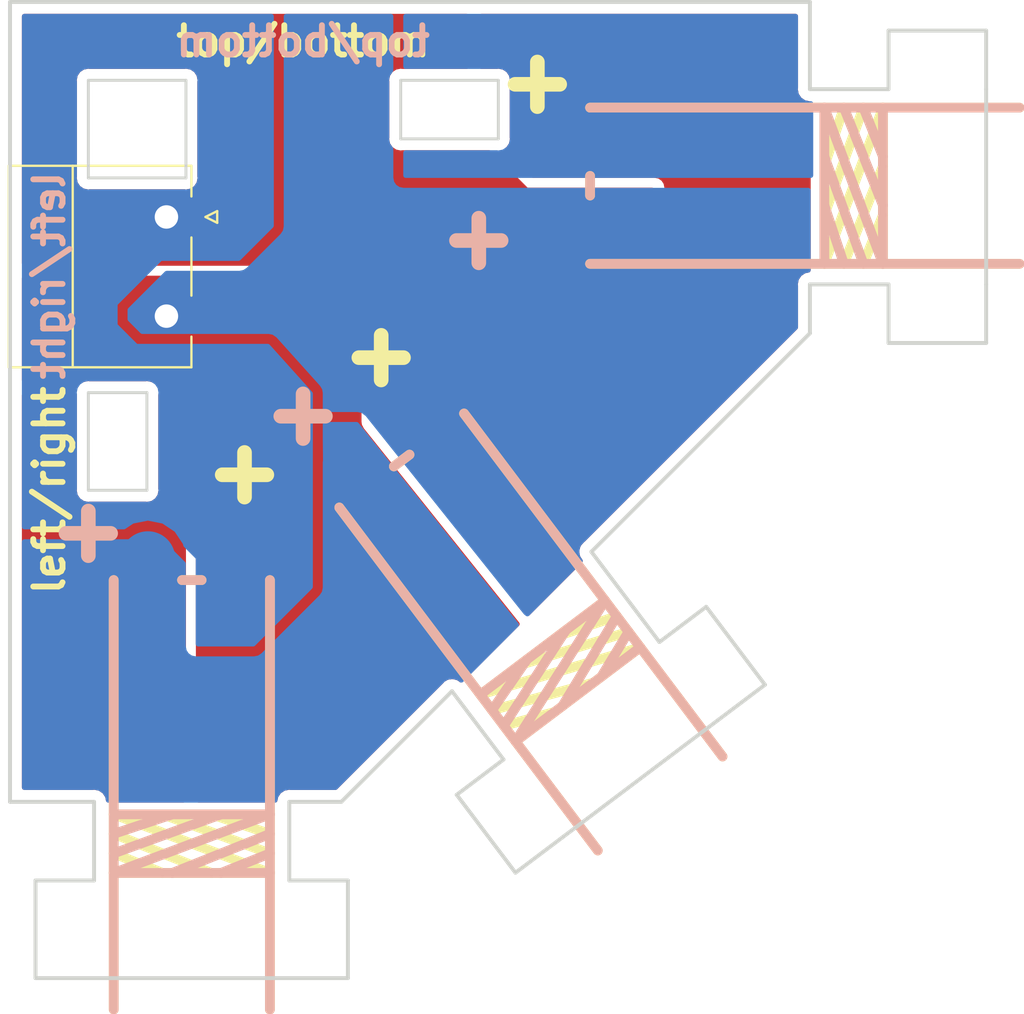
<source format=kicad_pcb>
(kicad_pcb (version 20171130) (host pcbnew "(5.0.1)")

  (general
    (thickness 1.6)
    (drawings 55)
    (tracks 0)
    (zones 0)
    (modules 7)
    (nets 5)
  )

  (page A4)
  (layers
    (0 F.Cu signal)
    (31 B.Cu signal)
    (32 B.Adhes user)
    (33 F.Adhes user)
    (34 B.Paste user)
    (35 F.Paste user)
    (36 B.SilkS user)
    (37 F.SilkS user)
    (38 B.Mask user)
    (39 F.Mask user)
    (40 Dwgs.User user)
    (41 Cmts.User user)
    (42 Eco1.User user)
    (43 Eco2.User user)
    (44 Edge.Cuts user)
    (45 Margin user)
    (46 B.CrtYd user)
    (47 F.CrtYd user)
    (48 B.Fab user)
    (49 F.Fab user)
  )

  (setup
    (last_trace_width 0.25)
    (trace_clearance 0.2)
    (zone_clearance 0.508)
    (zone_45_only no)
    (trace_min 0.2)
    (segment_width 0.2)
    (edge_width 0.15)
    (via_size 0.8)
    (via_drill 0.4)
    (via_min_size 0.4)
    (via_min_drill 0.3)
    (uvia_size 0.3)
    (uvia_drill 0.1)
    (uvias_allowed no)
    (uvia_min_size 0.2)
    (uvia_min_drill 0.1)
    (pcb_text_width 0.3)
    (pcb_text_size 1.5 1.5)
    (mod_edge_width 0.15)
    (mod_text_size 1 1)
    (mod_text_width 0.15)
    (pad_size 2.8 5)
    (pad_drill 0)
    (pad_to_mask_clearance 0.051)
    (solder_mask_min_width 0.25)
    (aux_axis_origin 0 0)
    (visible_elements FFFFFF7F)
    (pcbplotparams
      (layerselection 0x010fc_ffffffff)
      (usegerberextensions false)
      (usegerberattributes false)
      (usegerberadvancedattributes false)
      (creategerberjobfile false)
      (excludeedgelayer true)
      (linewidth 0.100000)
      (plotframeref false)
      (viasonmask false)
      (mode 1)
      (useauxorigin false)
      (hpglpennumber 1)
      (hpglpenspeed 20)
      (hpglpendiameter 15.000000)
      (psnegative false)
      (psa4output false)
      (plotreference true)
      (plotvalue true)
      (plotinvisibletext false)
      (padsonsilk false)
      (subtractmaskfromsilk false)
      (outputformat 1)
      (mirror false)
      (drillshape 1)
      (scaleselection 1)
      (outputdirectory ""))
  )

  (net 0 "")
  (net 1 /A)
  (net 2 /B)
  (net 3 /C)
  (net 4 /D)

  (net_class Default "This is the default net class."
    (clearance 0.2)
    (trace_width 0.25)
    (via_dia 0.8)
    (via_drill 0.4)
    (uvia_dia 0.3)
    (uvia_drill 0.1)
    (add_net /A)
    (add_net /B)
    (add_net /C)
    (add_net /D)
  )

  (module footprints:led_tape_3528_2835 (layer B.Cu) (tedit 5BF8B34C) (tstamp 5C0C2A5E)
    (at 165.05 58.475 217)
    (path /5C191348)
    (fp_text reference J2 (at 0 -0.5 217) (layer B.SilkS) hide
      (effects (font (size 1 1) (thickness 0.15)) (justify mirror))
    )
    (fp_text value Conn_01x02 (at 0 0.5 217) (layer B.Fab) hide
      (effects (font (size 1 1) (thickness 0.15)) (justify mirror))
    )
    (fp_line (start -0.5 0) (end 0.5 0) (layer B.SilkS) (width 0.5))
    (fp_line (start 4 -22) (end 4 0) (layer B.SilkS) (width 0.5))
    (fp_line (start -4 0) (end -4 -21.999999) (layer B.SilkS) (width 0.5))
    (fp_line (start -4 -15) (end 3.999999 -15) (layer B.SilkS) (width 0.5))
    (fp_line (start 3.999999 -15) (end -4 -12) (layer B.SilkS) (width 0.5))
    (fp_line (start -4 -12) (end 4 -12) (layer B.SilkS) (width 0.5))
    (fp_line (start 4 -14) (end -1.5 -12) (layer B.SilkS) (width 0.5))
    (fp_line (start 1 -12) (end 3.999999 -13) (layer B.SilkS) (width 0.5))
    (fp_line (start -4 -14) (end -1.5 -15) (layer B.SilkS) (width 0.5))
    (fp_line (start -4 -13) (end 1 -15) (layer B.SilkS) (width 0.5))
    (pad 2 smd oval (at 2.25 0 217) (size 2.8 5) (layers B.Cu B.Paste B.Mask)
      (net 2 /B))
    (pad 1 smd oval (at -2.25 0 217) (size 2.8 5) (layers B.Cu B.Paste B.Mask)
      (net 1 /A))
  )

  (module footprints:led_tape_3528_2835 (layer B.Cu) (tedit 5BF8B351) (tstamp 5C0C2A12)
    (at 174.7 44.4 270)
    (path /5C1913C4)
    (fp_text reference J1 (at 0 -0.5 270) (layer B.SilkS) hide
      (effects (font (size 1 1) (thickness 0.15)) (justify mirror))
    )
    (fp_text value Conn_01x02 (at 0 0.5 270) (layer B.Fab) hide
      (effects (font (size 1 1) (thickness 0.15)) (justify mirror))
    )
    (fp_line (start -4 -13) (end 1 -15) (layer B.SilkS) (width 0.5))
    (fp_line (start -4 -14) (end -1.5 -15) (layer B.SilkS) (width 0.5))
    (fp_line (start 1 -12) (end 4 -13) (layer B.SilkS) (width 0.5))
    (fp_line (start 4 -14) (end -1.5 -12) (layer B.SilkS) (width 0.5))
    (fp_line (start -4 -12) (end 4 -12) (layer B.SilkS) (width 0.5))
    (fp_line (start 4 -15) (end -4 -12) (layer B.SilkS) (width 0.5))
    (fp_line (start -4 -15) (end 4 -15) (layer B.SilkS) (width 0.5))
    (fp_line (start -4 0) (end -4 -22) (layer B.SilkS) (width 0.5))
    (fp_line (start 4 -22) (end 4 0) (layer B.SilkS) (width 0.5))
    (fp_line (start -0.5 0) (end 0.5 0) (layer B.SilkS) (width 0.5))
    (pad 1 smd oval (at -2.25 0 270) (size 2.8 5) (layers B.Cu B.Paste B.Mask)
      (net 4 /D))
    (pad 2 smd oval (at 2.25 0 270) (size 2.8 5) (layers B.Cu B.Paste B.Mask)
      (net 1 /A))
  )

  (module footprints:led_tape_3528_2835 (layer F.Cu) (tedit 5BF8B35D) (tstamp 5C0C292E)
    (at 174.7 44.4 90)
    (path /5C19123A)
    (fp_text reference J3 (at 0 0.5 90) (layer F.SilkS) hide
      (effects (font (size 1 1) (thickness 0.15)))
    )
    (fp_text value Conn_01x02 (at 0 -0.5 90) (layer F.Fab) hide
      (effects (font (size 1 1) (thickness 0.15)))
    )
    (fp_line (start -0.5 0) (end 0.5 0) (layer F.SilkS) (width 0.5))
    (fp_line (start 4 22) (end 4 0) (layer F.SilkS) (width 0.5))
    (fp_line (start -4 0) (end -4 22) (layer F.SilkS) (width 0.5))
    (fp_line (start -4 15) (end 4 15) (layer F.SilkS) (width 0.5))
    (fp_line (start 4 15) (end -4 12) (layer F.SilkS) (width 0.5))
    (fp_line (start -4 12) (end 4 12) (layer F.SilkS) (width 0.5))
    (fp_line (start 4 14) (end -1.5 12) (layer F.SilkS) (width 0.5))
    (fp_line (start 1 12) (end 4 13) (layer F.SilkS) (width 0.5))
    (fp_line (start -4 14) (end -1.5 15) (layer F.SilkS) (width 0.5))
    (fp_line (start -4 13) (end 1 15) (layer F.SilkS) (width 0.5))
    (pad 2 smd oval (at 2.25 0 90) (size 2.8 5) (layers F.Cu F.Paste F.Mask)
      (net 2 /B))
    (pad 1 smd oval (at -2.25 0 90) (size 2.8 5) (layers F.Cu F.Paste F.Mask)
      (net 3 /C))
  )

  (module footprints:led_tape_3528_2835 (layer B.Cu) (tedit 5BF8B35D) (tstamp 5C0C2136)
    (at 154.3 64.6 180)
    (path /5C19123A)
    (fp_text reference J3 (at 0 -0.5 180) (layer B.SilkS) hide
      (effects (font (size 1 1) (thickness 0.15)) (justify mirror))
    )
    (fp_text value Conn_01x02 (at 0 0.5 180) (layer B.Fab) hide
      (effects (font (size 1 1) (thickness 0.15)) (justify mirror))
    )
    (fp_line (start -4 -13) (end 1 -15) (layer B.SilkS) (width 0.5))
    (fp_line (start -4 -14) (end -1.5 -15) (layer B.SilkS) (width 0.5))
    (fp_line (start 1 -12) (end 4 -13) (layer B.SilkS) (width 0.5))
    (fp_line (start 4 -14) (end -1.5 -12) (layer B.SilkS) (width 0.5))
    (fp_line (start -4 -12) (end 4 -12) (layer B.SilkS) (width 0.5))
    (fp_line (start 4 -15) (end -4 -12) (layer B.SilkS) (width 0.5))
    (fp_line (start -4 -15) (end 4 -15) (layer B.SilkS) (width 0.5))
    (fp_line (start -4 0) (end -4 -22) (layer B.SilkS) (width 0.5))
    (fp_line (start 4 -22) (end 4 0) (layer B.SilkS) (width 0.5))
    (fp_line (start -0.5 0) (end 0.5 0) (layer B.SilkS) (width 0.5))
    (pad 1 smd oval (at -2.25 0 180) (size 2.8 5) (layers B.Cu B.Paste B.Mask)
      (net 3 /C))
    (pad 2 smd oval (at 2.25 0 180) (size 2.8 5) (layers B.Cu B.Paste B.Mask)
      (net 2 /B))
  )

  (module Connectors_Phoenix:PhoenixContact_MC-G_02x5.08mm_Angled (layer F.Cu) (tedit 5BF8B364) (tstamp 5C0C24D5)
    (at 153 46 270)
    (descr "Generic Phoenix Contact connector footprint for series: MC-G; number of pins: 02; pin pitch: 5.08mm; Angled || order number: 1836189 8A 320V")
    (tags "phoenix_contact connector MC_01x02_G_5.08mm")
    (path /5C19144F)
    (fp_text reference J4 (at 3.54 -2.8 270) (layer F.SilkS) hide
      (effects (font (size 1 1) (thickness 0.15)))
    )
    (fp_text value Conn_01x02 (at 2.54 9 270) (layer F.Fab) hide
      (effects (font (size 1 1) (thickness 0.15)))
    )
    (fp_line (start -2.62 -1.28) (end -2.62 8.08) (layer F.SilkS) (width 0.12))
    (fp_line (start -2.62 8.08) (end 7.7 8.08) (layer F.SilkS) (width 0.12))
    (fp_line (start 7.7 8.08) (end 7.7 -1.28) (layer F.SilkS) (width 0.12))
    (fp_line (start -2.62 -1.28) (end -1.05 -1.28) (layer F.SilkS) (width 0.12))
    (fp_line (start 7.7 -1.28) (end 6.13 -1.28) (layer F.SilkS) (width 0.12))
    (fp_line (start 1.05 -1.28) (end 4.03 -1.28) (layer F.SilkS) (width 0.12))
    (fp_line (start -2.54 -1.2) (end -2.54 8) (layer F.Fab) (width 0.1))
    (fp_line (start -2.54 8) (end 7.62 8) (layer F.Fab) (width 0.1))
    (fp_line (start 7.62 8) (end 7.62 -1.2) (layer F.Fab) (width 0.1))
    (fp_line (start 7.62 -1.2) (end -2.54 -1.2) (layer F.Fab) (width 0.1))
    (fp_line (start -2.62 4.8) (end 7.7 4.8) (layer F.SilkS) (width 0.12))
    (fp_line (start -3.12 -2.3) (end -3.12 8.5) (layer F.CrtYd) (width 0.05))
    (fp_line (start -3.12 8.5) (end 8.12 8.5) (layer F.CrtYd) (width 0.05))
    (fp_line (start 8.12 8.5) (end 8.12 -2.3) (layer F.CrtYd) (width 0.05))
    (fp_line (start 8.12 -2.3) (end -3.12 -2.3) (layer F.CrtYd) (width 0.05))
    (fp_line (start 0.3 -2.6) (end 0 -2) (layer F.SilkS) (width 0.12))
    (fp_line (start 0 -2) (end -0.3 -2.6) (layer F.SilkS) (width 0.12))
    (fp_line (start -0.3 -2.6) (end 0.3 -2.6) (layer F.SilkS) (width 0.12))
    (fp_line (start 0.8 -1.2) (end 0 0) (layer F.Fab) (width 0.1))
    (fp_line (start 0 0) (end -0.8 -1.2) (layer F.Fab) (width 0.1))
    (fp_text user %R (at 5 3 270) (layer F.Fab) hide
      (effects (font (size 1 1) (thickness 0.15)))
    )
    (pad 1 thru_hole rect (at 0 0 270) (size 1.8 3.6) (drill 1.2) (layers *.Cu *.Mask)
      (net 3 /C))
    (pad 2 thru_hole oval (at 5.08 0 270) (size 1.8 3.6) (drill 1.2) (layers *.Cu *.Mask)
      (net 1 /A))
    (model ${KISYS3DMOD}/Connectors_Phoenix.3dshapes/PhoenixContact_MC-G_02x5.08mm_Angled.wrl
      (at (xyz 0 0 0))
      (scale (xyz 1 1 1))
      (rotate (xyz 0 0 0))
    )
  )

  (module footprints:led_tape_3528_2835 (layer F.Cu) (tedit 5BF8B34C) (tstamp 5C0C24A2)
    (at 165.05 58.475 37)
    (path /5C191348)
    (fp_text reference J2 (at 0 0.5 37) (layer F.SilkS) hide
      (effects (font (size 1 1) (thickness 0.15)))
    )
    (fp_text value Conn_01x02 (at 0 -0.5 37) (layer F.Fab) hide
      (effects (font (size 1 1) (thickness 0.15)))
    )
    (fp_line (start -4 13) (end 1 15) (layer F.SilkS) (width 0.5))
    (fp_line (start -4 14) (end -1.5 15) (layer F.SilkS) (width 0.5))
    (fp_line (start 1 12) (end 3.999999 13) (layer F.SilkS) (width 0.5))
    (fp_line (start 4 14) (end -1.5 12) (layer F.SilkS) (width 0.5))
    (fp_line (start -4 12) (end 4 12) (layer F.SilkS) (width 0.5))
    (fp_line (start 3.999999 15) (end -4 12) (layer F.SilkS) (width 0.5))
    (fp_line (start -4 15) (end 3.999999 15) (layer F.SilkS) (width 0.5))
    (fp_line (start -4 0) (end -4 21.999999) (layer F.SilkS) (width 0.5))
    (fp_line (start 4 22) (end 4 0) (layer F.SilkS) (width 0.5))
    (fp_line (start -0.5 0) (end 0.5 0) (layer F.SilkS) (width 0.5))
    (pad 1 smd oval (at -2.25 0 37) (size 2.8 5) (layers F.Cu F.Paste F.Mask)
      (net 1 /A))
    (pad 2 smd oval (at 2.25 0 37) (size 2.8 5) (layers F.Cu F.Paste F.Mask)
      (net 2 /B))
  )

  (module footprints:led_tape_3528_2835 (layer F.Cu) (tedit 5BF8B351) (tstamp 5C0C236A)
    (at 154.3 64.6)
    (path /5C1913C4)
    (fp_text reference J1 (at 0 0.5) (layer F.SilkS) hide
      (effects (font (size 1 1) (thickness 0.15)))
    )
    (fp_text value Conn_01x02 (at 0 -0.5) (layer F.Fab) hide
      (effects (font (size 1 1) (thickness 0.15)))
    )
    (fp_line (start -0.5 0) (end 0.5 0) (layer F.SilkS) (width 0.5))
    (fp_line (start 4 22) (end 4 0) (layer F.SilkS) (width 0.5))
    (fp_line (start -4 0) (end -4 22) (layer F.SilkS) (width 0.5))
    (fp_line (start -4 15) (end 4 15) (layer F.SilkS) (width 0.5))
    (fp_line (start 4 15) (end -4 12) (layer F.SilkS) (width 0.5))
    (fp_line (start -4 12) (end 4 12) (layer F.SilkS) (width 0.5))
    (fp_line (start 4 14) (end -1.5 12) (layer F.SilkS) (width 0.5))
    (fp_line (start 1 12) (end 4 13) (layer F.SilkS) (width 0.5))
    (fp_line (start -4 14) (end -1.5 15) (layer F.SilkS) (width 0.5))
    (fp_line (start -4 13) (end 1 15) (layer F.SilkS) (width 0.5))
    (pad 2 smd oval (at 2.25 0) (size 2.8 5) (layers F.Cu F.Paste F.Mask)
      (net 1 /A))
    (pad 1 smd oval (at -2.25 0) (size 2.8 5) (layers F.Cu F.Paste F.Mask)
      (net 4 /D))
  )

  (gr_text left/right (at 147 49 90) (layer B.SilkS) (tstamp 5C0C2FFA)
    (effects (font (size 1.5 1.5) (thickness 0.3)) (justify mirror))
  )
  (gr_text left/right (at 147 60 90) (layer F.SilkS) (tstamp 5C0C2FF5)
    (effects (font (size 1.5 1.5) (thickness 0.3)))
  )
  (gr_text + (at 149 62) (layer B.SilkS) (tstamp 5C0C2FEF)
    (effects (font (size 3 3) (thickness 0.75)) (justify mirror))
  )
  (gr_text + (at 160 56) (layer B.SilkS) (tstamp 5C0C2FED)
    (effects (font (size 3 3) (thickness 0.75)) (justify mirror))
  )
  (gr_text + (at 169 47) (layer B.SilkS) (tstamp 5C0C2FE3)
    (effects (font (size 3 3) (thickness 0.75)) (justify mirror))
  )
  (gr_text + (at 164 53) (layer F.SilkS) (tstamp 5C0C2FCF)
    (effects (font (size 3 3) (thickness 0.75)))
  )
  (gr_text + (at 157 59) (layer F.SilkS) (tstamp 5C0C2FBD)
    (effects (font (size 3 3) (thickness 0.75)))
  )
  (gr_text + (at 172 39) (layer F.SilkS)
    (effects (font (size 3 3) (thickness 0.75)))
  )
  (gr_text top/bottom (at 160 37) (layer F.SilkS) (tstamp 5C0C2FB4)
    (effects (font (size 1.5 1.5) (thickness 0.3)))
  )
  (gr_text top/bottom (at 160 37) (layer B.SilkS)
    (effects (font (size 1.5 1.5) (thickness 0.3)) (justify mirror))
  )
  (gr_line (start 152 60) (end 152 55) (layer Edge.Cuts) (width 0.15))
  (gr_line (start 149 60) (end 152 60) (layer Edge.Cuts) (width 0.15))
  (gr_line (start 149 55) (end 152 55) (layer Edge.Cuts) (width 0.15))
  (gr_line (start 149 55) (end 149 60) (layer Edge.Cuts) (width 0.15))
  (gr_line (start 149 44) (end 149 39) (layer Edge.Cuts) (width 0.15))
  (gr_line (start 154 44) (end 149 44) (layer Edge.Cuts) (width 0.15))
  (gr_line (start 154 39) (end 154 44) (layer Edge.Cuts) (width 0.15))
  (gr_line (start 149 39) (end 154 39) (layer Edge.Cuts) (width 0.15))
  (gr_line (start 170 42) (end 170 39) (layer Edge.Cuts) (width 0.15))
  (gr_line (start 165 42) (end 170 42) (layer Edge.Cuts) (width 0.15))
  (gr_line (start 165 39) (end 165 42) (layer Edge.Cuts) (width 0.15))
  (gr_line (start 170 39) (end 165 39) (layer Edge.Cuts) (width 0.15))
  (gr_line (start 149.29395 75.958126) (end 149.29395 79.986826) (layer Edge.Cuts) (width 0.2))
  (gr_line (start 189.988102 36.455114) (end 189.988102 39.455454) (layer Edge.Cuts) (width 0.2))
  (gr_line (start 144.98827 75.958126) (end 149.29395 75.958126) (layer Edge.Cuts) (width 0.2))
  (gr_line (start 178.251871 67.773615) (end 174.767321 63.149615) (layer Edge.Cuts) (width 0.2))
  (gr_line (start 189.988102 52.455175) (end 194.988312 52.455175) (layer Edge.Cuts) (width 0.2))
  (gr_line (start 194.988312 36.455114) (end 189.988102 36.455114) (layer Edge.Cuts) (width 0.2))
  (gr_line (start 167.869041 75.596916) (end 170.878671 79.590466) (layer Edge.Cuts) (width 0.2))
  (gr_line (start 146.29414 79.986816) (end 146.29414 84.987036) (layer Edge.Cuts) (width 0.2))
  (gr_line (start 149.29395 79.986826) (end 146.29414 79.986816) (layer Edge.Cuts) (width 0.2))
  (gr_line (start 189.988102 49.455355) (end 189.988102 52.455175) (layer Edge.Cuts) (width 0.2))
  (gr_line (start 167.626681 70.290255) (end 170.265271 73.791346) (layer Edge.Cuts) (width 0.2))
  (gr_line (start 185.959412 34.986984) (end 144.98827 34.986974) (layer Edge.Cuts) (width 0.2))
  (gr_line (start 174.767321 63.149615) (end 185.959412 51.957535) (layer Edge.Cuts) (width 0.2))
  (gr_line (start 189.988102 39.455454) (end 185.959412 39.455454) (layer Edge.Cuts) (width 0.2))
  (gr_line (start 170.878671 79.590466) (end 173.274391 77.784896) (layer Edge.Cuts) (width 0.2))
  (gr_line (start 180.647581 65.968045) (end 178.251871 67.773615) (layer Edge.Cuts) (width 0.2))
  (gr_line (start 173.274391 77.784896) (end 181.260981 71.766655) (layer Edge.Cuts) (width 0.2))
  (gr_line (start 162.294191 79.986826) (end 159.294381 79.986826) (layer Edge.Cuts) (width 0.2))
  (gr_line (start 194.988312 49.455355) (end 194.988312 39.455444) (layer Edge.Cuts) (width 0.2))
  (gr_line (start 181.260981 71.766655) (end 183.656702 69.961595) (layer Edge.Cuts) (width 0.2))
  (gr_line (start 159.294381 79.986826) (end 159.294381 75.958126) (layer Edge.Cuts) (width 0.2))
  (gr_line (start 185.959412 49.455355) (end 189.988102 49.455355) (layer Edge.Cuts) (width 0.2))
  (gr_line (start 146.29414 84.987036) (end 162.294191 84.987036) (layer Edge.Cuts) (width 0.2))
  (gr_line (start 170.265271 73.791346) (end 167.869041 75.596916) (layer Edge.Cuts) (width 0.2))
  (gr_line (start 162.294191 84.987036) (end 162.294191 79.986826) (layer Edge.Cuts) (width 0.2))
  (gr_line (start 144.98827 34.986974) (end 144.98827 75.958126) (layer Edge.Cuts) (width 0.2))
  (gr_line (start 194.988312 39.455444) (end 194.988312 36.455114) (layer Edge.Cuts) (width 0.2))
  (gr_line (start 159.294381 75.958126) (end 161.959331 75.958126) (layer Edge.Cuts) (width 0.2))
  (gr_line (start 194.988312 52.455175) (end 194.988312 49.455355) (layer Edge.Cuts) (width 0.2))
  (gr_line (start 185.959412 51.957535) (end 185.959412 49.455355) (layer Edge.Cuts) (width 0.2))
  (gr_line (start 161.959331 75.958126) (end 167.626681 70.290255) (layer Edge.Cuts) (width 0.2))
  (gr_line (start 185.959412 39.455454) (end 185.959412 34.986984) (layer Edge.Cuts) (width 0.2))
  (gr_line (start 183.656702 69.961595) (end 180.647581 65.968045) (layer Edge.Cuts) (width 0.2))

  (zone (net 4) (net_name /D) (layer F.Cu) (tstamp 0) (hatch edge 0.508)
    (priority 1)
    (connect_pads yes (clearance 0.508))
    (min_thickness 0.254)
    (fill yes (arc_segments 16) (thermal_gap 0.508) (thermal_bridge_width 0.508))
    (polygon
      (pts
        (xy 145 76) (xy 154 76) (xy 154 55) (xy 145 55)
      )
    )
    (filled_polygon
      (pts
        (xy 148.290001 59.930069) (xy 148.276091 60) (xy 148.331195 60.277028) (xy 148.488119 60.511881) (xy 148.722972 60.668805)
        (xy 148.930074 60.71) (xy 148.930075 60.71) (xy 149 60.723909) (xy 149.069926 60.71) (xy 151.930074 60.71)
        (xy 152 60.723909) (xy 152.069925 60.71) (xy 152.069926 60.71) (xy 152.277028 60.668805) (xy 152.511881 60.511881)
        (xy 152.668805 60.277028) (xy 152.723909 60) (xy 152.71 59.930074) (xy 152.71 55.127) (xy 153.873 55.127)
        (xy 153.873 75.873) (xy 150.026416 75.873) (xy 149.986304 75.671343) (xy 149.823855 75.428221) (xy 149.580733 75.265772)
        (xy 149.366338 75.223126) (xy 149.29395 75.208727) (xy 149.221562 75.223126) (xy 145.72327 75.223126) (xy 145.72327 55.127)
        (xy 148.29 55.127)
      )
    )
  )
  (zone (net 3) (net_name /C) (layer F.Cu) (tstamp 0) (hatch edge 0.508)
    (priority 2)
    (connect_pads yes (clearance 0.508))
    (min_thickness 0.254)
    (fill yes (arc_segments 16) (thermal_gap 0.508) (thermal_bridge_width 0.508))
    (polygon
      (pts
        (xy 145 48.5) (xy 161 48.5) (xy 163 50.5) (xy 175 50.5) (xy 178 47.5)
        (xy 178 44.5) (xy 171.5 44.5) (xy 168.5 41.5) (xy 168.5 35) (xy 145 35)
      )
    )
    (filled_polygon
      (pts
        (xy 168.373 35.721979) (xy 168.373 38.29) (xy 165.069925 38.29) (xy 165 38.276091) (xy 164.930074 38.29)
        (xy 164.722972 38.331195) (xy 164.488119 38.488119) (xy 164.331195 38.722972) (xy 164.276091 39) (xy 164.29 39.069926)
        (xy 164.290001 41.93007) (xy 164.276091 42) (xy 164.331195 42.277028) (xy 164.488119 42.511881) (xy 164.722972 42.668805)
        (xy 164.930074 42.71) (xy 164.930075 42.71) (xy 165 42.723909) (xy 165.069926 42.71) (xy 169.530394 42.71)
        (xy 171.410197 44.589803) (xy 171.451399 44.617333) (xy 171.5 44.627) (xy 177.873 44.627) (xy 177.873 47.447394)
        (xy 174.947394 50.373) (xy 163.052606 50.373) (xy 161.089803 48.410197) (xy 161.048601 48.382667) (xy 161 48.373)
        (xy 145.72327 48.373) (xy 145.72327 39) (xy 148.276091 39) (xy 148.290001 39.069931) (xy 148.29 43.930074)
        (xy 148.276091 44) (xy 148.331195 44.277028) (xy 148.488119 44.511881) (xy 148.722972 44.668805) (xy 149 44.723909)
        (xy 149.069925 44.71) (xy 153.930075 44.71) (xy 154 44.723909) (xy 154.277028 44.668805) (xy 154.511881 44.511881)
        (xy 154.668805 44.277028) (xy 154.71 44.069926) (xy 154.71 44.069925) (xy 154.723909 44) (xy 154.71 43.930074)
        (xy 154.71 39.069926) (xy 154.723909 39) (xy 154.668805 38.722972) (xy 154.511881 38.488119) (xy 154.277028 38.331195)
        (xy 154.069926 38.29) (xy 154.069925 38.29) (xy 154 38.276091) (xy 153.930074 38.29) (xy 149.069926 38.29)
        (xy 149 38.276091) (xy 148.930075 38.29) (xy 148.930074 38.29) (xy 148.722972 38.331195) (xy 148.488119 38.488119)
        (xy 148.331195 38.722972) (xy 148.276091 39) (xy 145.72327 39) (xy 145.72327 35.721973)
      )
    )
  )
  (zone (net 1) (net_name /A) (layer F.Cu) (tstamp 0) (hatch edge 0.508)
    (connect_pads yes (clearance 0.508))
    (min_thickness 0.254)
    (fill yes (arc_segments 16) (thermal_gap 0.508) (thermal_bridge_width 0.508))
    (polygon
      (pts
        (xy 145 48.5) (xy 145 76) (xy 162 76) (xy 175 63) (xy 164 51.5)
        (xy 161 48.5)
      )
    )
    (filled_polygon
      (pts
        (xy 162.550987 50.949013) (xy 162.756996 51.086664) (xy 162.865 51.108147) (xy 162.865 56.5) (xy 162.890089 56.676732)
        (xy 163.004148 56.896681) (xy 170.968399 66.851995) (xy 168.098716 69.721678) (xy 168.077724 69.707653) (xy 168.00699 69.644529)
        (xy 167.957245 69.627161) (xy 167.913431 69.597888) (xy 167.820438 69.579395) (xy 167.730932 69.548144) (xy 167.678329 69.551134)
        (xy 167.626646 69.540856) (xy 167.533654 69.559358) (xy 167.439004 69.564738) (xy 167.391548 69.587631) (xy 167.339867 69.597914)
        (xy 167.261034 69.650593) (xy 167.175646 69.691786) (xy 167.092208 69.785282) (xy 161.654864 75.223126) (xy 159.366769 75.223126)
        (xy 159.294381 75.208727) (xy 159.221993 75.223126) (xy 159.007598 75.265772) (xy 158.764476 75.428221) (xy 158.602027 75.671343)
        (xy 158.561915 75.873) (xy 154.635 75.873) (xy 154.635 55) (xy 154.586664 54.756996) (xy 154.449013 54.550987)
        (xy 154.243004 54.413336) (xy 154 54.365) (xy 152.327621 54.365) (xy 152.277028 54.331195) (xy 152.069926 54.29)
        (xy 152 54.276091) (xy 151.930075 54.29) (xy 149.069925 54.29) (xy 149 54.276091) (xy 148.930074 54.29)
        (xy 148.722972 54.331195) (xy 148.672379 54.365) (xy 145.72327 54.365) (xy 145.72327 49.135) (xy 160.736974 49.135)
      )
    )
  )
  (zone (net 2) (net_name /B) (layer F.Cu) (tstamp 0) (hatch edge 0.508)
    (priority 1)
    (connect_pads yes (clearance 0.508))
    (min_thickness 0.254)
    (fill yes (arc_segments 16) (thermal_gap 0.508) (thermal_bridge_width 0.508))
    (polygon
      (pts
        (xy 168.5 51) (xy 163.5 51) (xy 163.5 56.5) (xy 171.5 66.5) (xy 186 52)
        (xy 186 35) (xy 168.5 35)
      )
    )
    (filled_polygon
      (pts
        (xy 185.224413 35.721984) (xy 185.224412 39.383066) (xy 185.210013 39.455454) (xy 185.267058 39.742237) (xy 185.4295 39.985349)
        (xy 185.429507 39.985359) (xy 185.672629 40.147808) (xy 185.873 40.187664) (xy 185.873 48.723145) (xy 185.672629 48.763001)
        (xy 185.429507 48.92545) (xy 185.267058 49.168572) (xy 185.210013 49.455355) (xy 185.224413 49.527748) (xy 185.224412 51.653088)
        (xy 174.335731 62.541759) (xy 174.316312 62.551126) (xy 174.232855 62.644635) (xy 174.196412 62.681078) (xy 174.184743 62.698542)
        (xy 174.121611 62.769278) (xy 174.10424 62.819022) (xy 174.074967 62.862833) (xy 174.056471 62.955821) (xy 174.025214 63.045331)
        (xy 174.028202 63.097938) (xy 174.017923 63.149615) (xy 174.036419 63.242603) (xy 174.041796 63.33726) (xy 174.064688 63.384718)
        (xy 174.074967 63.436396) (xy 174.127639 63.515226) (xy 174.136766 63.534147) (xy 174.16779 63.575315) (xy 174.198747 63.621647)
        (xy 171.51053 66.309864) (xy 163.627 56.455452) (xy 163.627 51.135) (xy 175 51.135) (xy 175.243004 51.086664)
        (xy 175.449013 50.949013) (xy 178.449013 47.949013) (xy 178.586664 47.743004) (xy 178.635 47.5) (xy 178.635 44.5)
        (xy 178.586664 44.256996) (xy 178.449013 44.050987) (xy 178.243004 43.913336) (xy 178 43.865) (xy 171.763026 43.865)
        (xy 170.450752 42.552726) (xy 170.511881 42.511881) (xy 170.668805 42.277028) (xy 170.723909 42) (xy 170.71 41.930074)
        (xy 170.71 39.069926) (xy 170.723909 39) (xy 170.668805 38.722972) (xy 170.511881 38.488119) (xy 170.277028 38.331195)
        (xy 170.069926 38.29) (xy 170 38.276091) (xy 169.930075 38.29) (xy 169.135 38.29) (xy 169.135 35.721979)
      )
    )
  )
  (zone (net 4) (net_name /D) (layer B.Cu) (tstamp 5C0C2CB9) (hatch edge 0.508)
    (priority 1)
    (connect_pads yes (clearance 0.508))
    (min_thickness 0.254)
    (fill yes (arc_segments 16) (thermal_gap 0.508) (thermal_bridge_width 0.508))
    (polygon
      (pts
        (xy 186.129934 35) (xy 186.129934 44) (xy 165.129934 44) (xy 165.129934 35)
      )
    )
    (filled_polygon
      (pts
        (xy 185.224413 35.721984) (xy 185.224412 39.383066) (xy 185.210013 39.455454) (xy 185.267058 39.742237) (xy 185.4295 39.985349)
        (xy 185.429507 39.985359) (xy 185.672629 40.147808) (xy 185.959412 40.204853) (xy 186.002934 40.196196) (xy 186.002934 43.873)
        (xy 165.256934 43.873) (xy 165.256934 42.71) (xy 169.930074 42.71) (xy 170 42.723909) (xy 170.069925 42.71)
        (xy 170.069926 42.71) (xy 170.277028 42.668805) (xy 170.511881 42.511881) (xy 170.668805 42.277028) (xy 170.723909 42)
        (xy 170.71 41.930074) (xy 170.71 39.069926) (xy 170.723909 39) (xy 170.668805 38.722972) (xy 170.511881 38.488119)
        (xy 170.277028 38.331195) (xy 170.069926 38.29) (xy 170 38.276091) (xy 169.930075 38.29) (xy 165.256934 38.29)
        (xy 165.256934 35.721978)
      )
    )
  )
  (zone (net 1) (net_name /A) (layer B.Cu) (tstamp 5C0C2D06) (hatch edge 0.508)
    (connect_pads yes (clearance 0.508))
    (min_thickness 0.254)
    (fill yes (arc_segments 16) (thermal_gap 0.508) (thermal_bridge_width 0.508))
    (polygon
      (pts
        (xy 150.5 49) (xy 158.5 34.959263) (xy 186 34.959263) (xy 186 51.959263) (xy 171.5 66.5)
        (xy 160 57.5) (xy 150.5 57.5)
      )
    )
    (filled_polygon
      (pts
        (xy 164.494934 35.721978) (xy 164.494934 38.483565) (xy 164.488119 38.488119) (xy 164.331195 38.722972) (xy 164.276091 39)
        (xy 164.29 39.069926) (xy 164.290001 41.93007) (xy 164.276091 42) (xy 164.331195 42.277028) (xy 164.488119 42.511881)
        (xy 164.494934 42.516435) (xy 164.494934 44) (xy 164.54327 44.243004) (xy 164.680921 44.449013) (xy 164.88693 44.586664)
        (xy 165.129934 44.635) (xy 185.873 44.635) (xy 185.873 48.723145) (xy 185.672629 48.763001) (xy 185.429507 48.92545)
        (xy 185.267058 49.168572) (xy 185.210013 49.455355) (xy 185.224413 49.527748) (xy 185.224412 51.653088) (xy 174.335731 62.541759)
        (xy 174.316312 62.551126) (xy 174.232855 62.644635) (xy 174.196412 62.681078) (xy 174.184743 62.698542) (xy 174.121611 62.769278)
        (xy 174.10424 62.819022) (xy 174.074967 62.862833) (xy 174.056471 62.955821) (xy 174.025214 63.045331) (xy 174.028202 63.097938)
        (xy 174.017923 63.149615) (xy 174.036419 63.242603) (xy 174.041796 63.33726) (xy 174.064688 63.384718) (xy 174.074967 63.436396)
        (xy 174.127639 63.515226) (xy 174.136766 63.534147) (xy 174.16779 63.575315) (xy 174.195613 63.616956) (xy 171.489588 66.330583)
        (xy 171.405436 66.264725) (xy 163.296317 56.103901) (xy 163.043004 55.913336) (xy 162.8 55.865) (xy 161.135 55.865)
        (xy 161.135 55) (xy 161.098625 54.788166) (xy 160.971992 54.575207) (xy 158.721992 52.075207) (xy 158.493004 51.913336)
        (xy 158.25 51.865) (xy 151.763026 51.865) (xy 151.135 51.236974) (xy 151.135 50.763026) (xy 153.013026 48.885)
        (xy 156.75 48.885) (xy 156.993004 48.836664) (xy 157.199013 48.699013) (xy 158.949013 46.949013) (xy 159.086664 46.743004)
        (xy 159.135 46.5) (xy 159.135 35.721977)
      )
    )
  )
  (zone (net 3) (net_name /C) (layer B.Cu) (tstamp 5C0C2D2E) (hatch edge 0.508)
    (priority 2)
    (connect_pads yes (clearance 0.508))
    (min_thickness 0.254)
    (fill yes (arc_segments 16) (thermal_gap 0.508) (thermal_bridge_width 0.508))
    (polygon
      (pts
        (xy 158.5 35) (xy 158.5 46.5) (xy 156.75 48.25) (xy 152.75 48.25) (xy 150.5 50.5)
        (xy 150.5 51.5) (xy 151.5 52.5) (xy 158.25 52.5) (xy 160.5 55) (xy 160.5 65)
        (xy 157.5 68) (xy 154.5 68) (xy 154.5 63.5) (xy 153 62) (xy 145 62)
        (xy 145 35)
      )
    )
    (filled_polygon
      (pts
        (xy 158.373 35.721977) (xy 158.373 46.447394) (xy 156.697394 48.123) (xy 152.75 48.123) (xy 152.701399 48.132667)
        (xy 152.660197 48.160197) (xy 150.410197 50.410197) (xy 150.382667 50.451399) (xy 150.373 50.5) (xy 150.373 51.5)
        (xy 150.382667 51.548601) (xy 150.410197 51.589803) (xy 150.965659 52.145265) (xy 150.993327 52.186673) (xy 151.034735 52.214341)
        (xy 151.410197 52.589803) (xy 151.451399 52.617333) (xy 151.5 52.627) (xy 158.193439 52.627) (xy 160.373 55.048735)
        (xy 160.373 64.947394) (xy 157.447394 67.873) (xy 154.627 67.873) (xy 154.627 63.5) (xy 154.617333 63.451399)
        (xy 154.589803 63.410197) (xy 153.987125 62.807519) (xy 153.966928 62.705982) (xy 153.517153 62.032847) (xy 152.844018 61.583072)
        (xy 152.05 61.425132) (xy 151.255983 61.583072) (xy 150.822076 61.873) (xy 145.72327 61.873) (xy 145.72327 55)
        (xy 148.276091 55) (xy 148.29 55.069926) (xy 148.290001 59.930069) (xy 148.276091 60) (xy 148.331195 60.277028)
        (xy 148.488119 60.511881) (xy 148.722972 60.668805) (xy 148.930074 60.71) (xy 148.930075 60.71) (xy 149 60.723909)
        (xy 149.069926 60.71) (xy 151.930074 60.71) (xy 152 60.723909) (xy 152.069925 60.71) (xy 152.069926 60.71)
        (xy 152.277028 60.668805) (xy 152.511881 60.511881) (xy 152.668805 60.277028) (xy 152.723909 60) (xy 152.71 59.930074)
        (xy 152.71 55.069926) (xy 152.723909 55) (xy 152.668805 54.722972) (xy 152.511881 54.488119) (xy 152.277028 54.331195)
        (xy 152.069926 54.29) (xy 152 54.276091) (xy 151.930075 54.29) (xy 149.069925 54.29) (xy 149 54.276091)
        (xy 148.930074 54.29) (xy 148.722972 54.331195) (xy 148.488119 54.488119) (xy 148.331195 54.722972) (xy 148.276091 55)
        (xy 145.72327 55) (xy 145.72327 39) (xy 148.276091 39) (xy 148.290001 39.069931) (xy 148.29 43.930074)
        (xy 148.276091 44) (xy 148.331195 44.277028) (xy 148.488119 44.511881) (xy 148.722972 44.668805) (xy 149 44.723909)
        (xy 149.069925 44.71) (xy 153.930075 44.71) (xy 154 44.723909) (xy 154.277028 44.668805) (xy 154.511881 44.511881)
        (xy 154.668805 44.277028) (xy 154.71 44.069926) (xy 154.71 44.069925) (xy 154.723909 44) (xy 154.71 43.930074)
        (xy 154.71 39.069926) (xy 154.723909 39) (xy 154.668805 38.722972) (xy 154.511881 38.488119) (xy 154.277028 38.331195)
        (xy 154.069926 38.29) (xy 154.069925 38.29) (xy 154 38.276091) (xy 153.930074 38.29) (xy 149.069926 38.29)
        (xy 149 38.276091) (xy 148.930075 38.29) (xy 148.930074 38.29) (xy 148.722972 38.331195) (xy 148.488119 38.488119)
        (xy 148.331195 38.722972) (xy 148.276091 39) (xy 145.72327 39) (xy 145.72327 35.721973)
      )
    )
  )
  (zone (net 2) (net_name /B) (layer B.Cu) (tstamp 5C0C2D9B) (hatch edge 0.508)
    (priority 1)
    (connect_pads yes (clearance 0.508))
    (min_thickness 0.254)
    (fill yes (arc_segments 16) (thermal_gap 0.508) (thermal_bridge_width 0.508))
    (polygon
      (pts
        (xy 161.019423 58.5) (xy 161 56.5) (xy 162.8 56.5) (xy 171.1 66.9) (xy 162.019423 76)
        (xy 145.019423 76) (xy 145.019423 58.5)
      )
    )
    (filled_polygon
      (pts
        (xy 170.929991 66.890575) (xy 168.102445 69.724169) (xy 168.077724 69.707653) (xy 168.00699 69.644529) (xy 167.957245 69.627161)
        (xy 167.913431 69.597888) (xy 167.820438 69.579395) (xy 167.730932 69.548144) (xy 167.678329 69.551134) (xy 167.626646 69.540856)
        (xy 167.533654 69.559358) (xy 167.439004 69.564738) (xy 167.391548 69.587631) (xy 167.339867 69.597914) (xy 167.261034 69.650593)
        (xy 167.175646 69.691786) (xy 167.092208 69.785282) (xy 161.654864 75.223126) (xy 159.366769 75.223126) (xy 159.294381 75.208727)
        (xy 159.221993 75.223126) (xy 159.007598 75.265772) (xy 158.764476 75.428221) (xy 158.602027 75.671343) (xy 158.561915 75.873)
        (xy 150.026416 75.873) (xy 149.986304 75.671343) (xy 149.823855 75.428221) (xy 149.580733 75.265772) (xy 149.366338 75.223126)
        (xy 149.29395 75.208727) (xy 149.221562 75.223126) (xy 145.72327 75.223126) (xy 145.72327 62.635) (xy 152.736974 62.635)
        (xy 153.865 63.763026) (xy 153.865 68) (xy 153.913336 68.243004) (xy 154.050987 68.449013) (xy 154.256996 68.586664)
        (xy 154.5 68.635) (xy 157.5 68.635) (xy 157.743004 68.586664) (xy 157.949013 68.449013) (xy 160.949013 65.449013)
        (xy 161.086664 65.243004) (xy 161.135 65) (xy 161.135 58.551229) (xy 161.136756 58.548601) (xy 161.146417 58.498767)
        (xy 161.135 57.323172) (xy 161.135 56.627) (xy 162.738869 56.627)
      )
    )
  )
)

</source>
